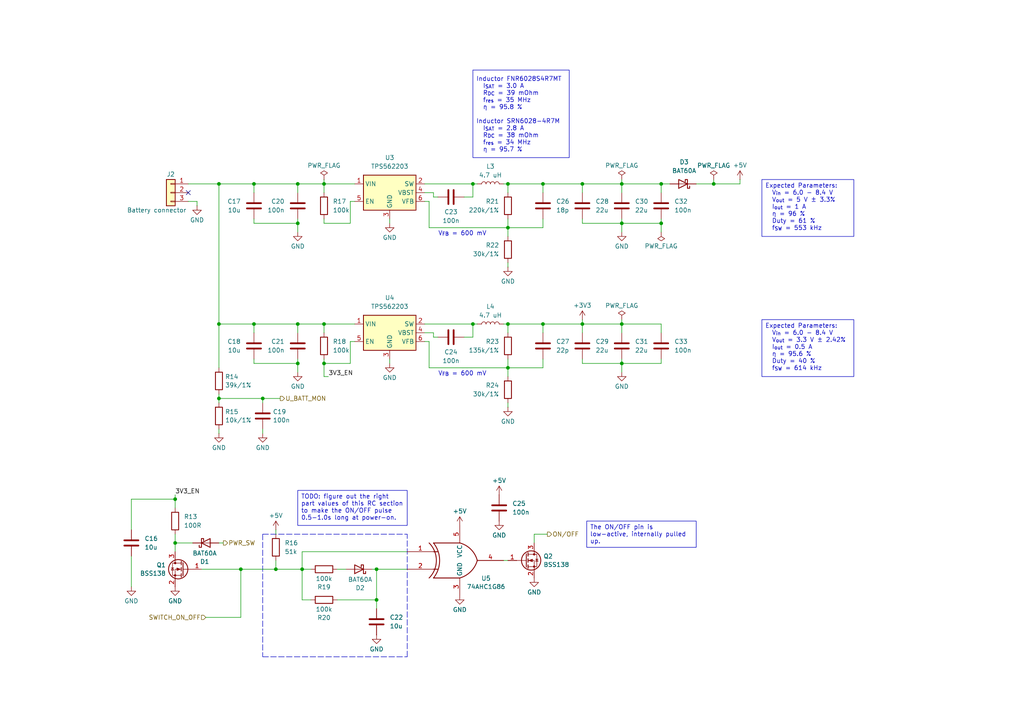
<source format=kicad_sch>
(kicad_sch (version 20250114) (generator "eeschema") (generator_version "9.0")
  (paper "A4")
  (title_block (title "LinHT - Linux-based SDR handheld transceiver") (date "28 July 2025") (rev "A") (company "M17 Foundation") (comment 1 "Author: Wojciech SP5WWP, Andy OE3ANC, Vlastimil OK5VAS"))
  (lib_symbols
    (symbol "74xGxx:74AHC1G86"
      (property "Reference" "U" (at -2.54 3.81 0))
      (property "Value" "74AHC1G86" (at 0 -3.81 0))
      (symbol "74AHC1G86_0_1"
        (arc (start -8.89 5.08) (mid -6.7858 0) (end -8.89 -5.08) (stroke (width 0.254)))
        (arc (start -7.62 5.08) (mid -5.838 0) (end -7.62 -5.08) (stroke (width 0.254)))
        (polyline (pts (xy -7.62 2.54) (xy -6.35 2.54)) (stroke (width 0.254)) (fill (type background)))
        (polyline (pts (xy -7.62 -2.54) (xy -6.35 -2.54)) (stroke (width 0.254)) (fill (type background)))
        (arc (start 5.08 0) (mid 3.202 -3.202) (end 0 -5.08) (stroke (width 0.254)))
        (arc (start 0 5.08) (mid 3.2271 3.2271) (end 5.08 0) (stroke (width 0.254)))
        (polyline (pts (xy 0 5.08) (xy -7.62 5.08)) (stroke (width 0.254)) (fill (type background)))
        (polyline (pts (xy 0 -5.08) (xy -7.62 -5.08)) (stroke (width 0.254)) (fill (type background)))
      )
      (symbol "74AHC1G86_1_1"
        (pin input line (at -15.24 2.54 0) (length 7.62) (name "~") (number "1"))
        (pin input line (at -15.24 -2.54 0) (length 7.62) (name "~") (number "2"))
        (pin power_in line (at 0 10.16 270) (length 5.08) (name "VCC") (number "5"))
        (pin power_in line (at 0 -10.16 90) (length 5.08) (name "GND") (number "3"))
        (pin output line (at 12.7 0 180) (length 7.62) (name "~") (number "4"))
      )
    )
    (symbol "Connector_Generic:Conn_01x03" (pin_names (offset 1.016) (hide yes))
      (property "Reference" "J" (at 0 5.08 0))
      (property "Value" "Conn_01x03" (at 0 -5.08 0))
      (symbol "Conn_01x03_1_1"
        (rectangle (start -1.27 3.81) (end 1.27 -3.81) (stroke (width 0.254)) (fill (type background)))
        (rectangle (start -1.27 2.667) (end 0 2.413) (stroke (width 0.1524)))
        (rectangle (start -1.27 0.127) (end 0 -0.127) (stroke (width 0.1524)))
        (rectangle (start -1.27 -2.413) (end 0 -2.667) (stroke (width 0.1524)))
        (pin passive line (at -5.08 2.54 0) (length 3.81) (name "Pin_1") (number "1"))
        (pin passive line (at -5.08 0 0) (length 3.81) (name "Pin_2") (number "2"))
        (pin passive line (at -5.08 -2.54 0) (length 3.81) (name "Pin_3") (number "3"))
      )
    )
    (symbol "Device:C" (pin_numbers (hide yes)) (pin_names (offset 0.254))
      (property "Reference" "C" (at 0.635 2.54 0))
      (property "Value" "C" (at 0.635 -2.54 0))
      (symbol "C_0_1"
        (polyline (pts (xy -2.032 0.762) (xy 2.032 0.762)) (stroke (width 0.508)))
        (polyline (pts (xy -2.032 -0.762) (xy 2.032 -0.762)) (stroke (width 0.508)))
      )
      (symbol "C_1_1"
        (pin passive line (at 0 3.81 270) (length 2.794) (name "~") (number "1"))
        (pin passive line (at 0 -3.81 90) (length 2.794) (name "~") (number "2"))
      )
    )
    (symbol "Device:L" (pin_numbers (hide yes)) (pin_names (offset 1.016) (hide yes))
      (property "Reference" "L" (at -1.27 0 90))
      (property "Value" "L" (at 1.905 0 90))
      (symbol "L_0_1"
        (arc (start 0 2.54) (mid 0.6323 1.905) (end 0 1.27))
        (arc (start 0 1.27) (mid 0.6323 0.635) (end 0 0))
        (arc (start 0 0) (mid 0.6323 -0.635) (end 0 -1.27))
        (arc (start 0 -1.27) (mid 0.6323 -1.905) (end 0 -2.54))
      )
      (symbol "L_1_1"
        (pin passive line (at 0 3.81 270) (length 1.27) (name "1") (number "1"))
        (pin passive line (at 0 -3.81 90) (length 1.27) (name "2") (number "2"))
      )
    )
    (symbol "Device:R" (pin_numbers (hide yes)) (pin_names (offset 0))
      (property "Reference" "R" (at 2.032 0 90))
      (property "Value" "R" (at 0 0 90))
      (symbol "R_0_1"
        (rectangle (start -1.016 -2.54) (end 1.016 2.54) (stroke (width 0.254)))
      )
      (symbol "R_1_1"
        (pin passive line (at 0 3.81 270) (length 1.27) (name "~") (number "1"))
        (pin passive line (at 0 -3.81 90) (length 1.27) (name "~") (number "2"))
      )
    )
    (symbol "Diode:BAT60A" (pin_numbers (hide yes)) (pin_names (offset 1.016) (hide yes))
      (property "Reference" "D" (at 0 2.54 0))
      (property "Value" "BAT60A" (at 0 -2.54 0))
      (symbol "BAT60A_0_1"
        (polyline (pts (xy -1.905 0.635) (xy -1.905 1.27) (xy -1.27 1.27) (xy -1.27 -1.27) (xy -0.635 -1.27) (xy -0.635 -0.635)) (stroke (width 0.254)))
        (polyline (pts (xy 1.27 1.27) (xy 1.27 -1.27) (xy -1.27 0) (xy 1.27 1.27)) (stroke (width 0.254)))
        (polyline (pts (xy 1.27 0) (xy -1.27 0)))
      )
      (symbol "BAT60A_1_1"
        (pin passive line (at -3.81 0 0) (length 2.54) (name "K") (number "1"))
        (pin passive line (at 3.81 0 180) (length 2.54) (name "A") (number "2"))
      )
    )
    (symbol "Regulator_Switching:TPS562203"
      (property "Reference" "U" (at -7.62 6.35 0))
      (property "Value" "TPS562203" (at -2.54 6.35 0))
      (symbol "TPS562203_0_1"
        (rectangle (start -7.62 5.08) (end 7.62 -5.08) (stroke (width 0.254)) (fill (type background)))
      )
      (symbol "TPS562203_1_1"
        (pin power_in line (at -10.16 2.54 0) (length 2.54) (name "VIN") (number "1"))
        (pin input line (at -10.16 -2.54 0) (length 2.54) (name "EN") (number "5"))
        (pin power_in line (at 0 -7.62 90) (length 2.54) (name "GND") (number "3"))
        (pin output line (at 10.16 2.54 180) (length 2.54) (name "SW") (number "2"))
        (pin passive line (at 10.16 0 180) (length 2.54) (name "VBST") (number "4"))
        (pin input line (at 10.16 -2.54 180) (length 2.54) (name "VFB") (number "6"))
      )
    )
    (symbol "Transistor_FET:BSS138" (pin_names (offset 0) (hide yes))
      (property "Reference" "Q" (at 5.08 1.905 0))
      (property "Value" "BSS138" (at 5.08 0 0))
      (symbol "BSS138_0_1"
        (polyline (pts (xy 0.254 1.905) (xy 0.254 -1.905)) (stroke (width 0.254)))
        (polyline (pts (xy 0.254 0) (xy -2.54 0)))
        (polyline (pts (xy 0.762 2.286) (xy 0.762 1.27)) (stroke (width 0.254)))
        (polyline (pts (xy 0.762 0.508) (xy 0.762 -0.508)) (stroke (width 0.254)))
        (polyline (pts (xy 0.762 -1.27) (xy 0.762 -2.286)) (stroke (width 0.254)))
        (polyline (pts (xy 0.762 -1.778) (xy 3.302 -1.778) (xy 3.302 1.778) (xy 0.762 1.778)))
        (polyline (pts (xy 1.016 0) (xy 2.032 0.381) (xy 2.032 -0.381) (xy 1.016 0)) (fill (type outline)))
        (circle (center 1.651 0) (radius 2.794) (stroke (width 0.254)))
        (polyline (pts (xy 2.54 2.54) (xy 2.54 1.778)))
        (circle (center 2.54 1.778) (radius 0.254) (fill (type outline)))
        (circle (center 2.54 -1.778) (radius 0.254) (fill (type outline)))
        (polyline (pts (xy 2.54 -2.54) (xy 2.54 0) (xy 0.762 0)))
        (polyline (pts (xy 2.921 0.381) (xy 3.683 0.381)))
        (polyline (pts (xy 3.302 0.381) (xy 2.921 -0.254) (xy 3.683 -0.254) (xy 3.302 0.381)))
      )
      (symbol "BSS138_1_1"
        (pin input line (at -5.08 0 0) (length 2.54) (name "G") (number "1"))
        (pin passive line (at 2.54 5.08 270) (length 2.54) (name "D") (number "3"))
        (pin passive line (at 2.54 -5.08 90) (length 2.54) (name "S") (number "2"))
      )
    )
    (symbol "power:+3V3" (power) (pin_numbers (hide yes)) (pin_names (offset 0) (hide yes))
      (property "Value" "+3V3" (at 0 3.556 0))
      (symbol "+3V3_0_1"
        (polyline (pts (xy -0.762 1.27) (xy 0 2.54)))
        (polyline (pts (xy 0 2.54) (xy 0.762 1.27)))
        (polyline (pts (xy 0 0) (xy 0 2.54)))
      )
      (symbol "+3V3_1_1"
        (pin power_in line (at 0 0 90) (length 0) (name "~") (number "1"))
      )
    )
    (symbol "power:+5V" (power) (pin_numbers (hide yes)) (pin_names (offset 0) (hide yes))
      (property "Value" "+5V" (at 0 3.556 0))
      (symbol "+5V_0_1"
        (polyline (pts (xy -0.762 1.27) (xy 0 2.54)))
        (polyline (pts (xy 0 2.54) (xy 0.762 1.27)))
        (polyline (pts (xy 0 0) (xy 0 2.54)))
      )
      (symbol "+5V_1_1"
        (pin power_in line (at 0 0 90) (length 0) (name "~") (number "1"))
      )
    )
    (symbol "power:GND" (power) (pin_numbers (hide yes)) (pin_names (offset 0) (hide yes))
      (property "Value" "GND" (at 0 -3.81 0))
      (symbol "GND_0_1"
        (polyline (pts (xy 0 0) (xy 0 -1.27) (xy 1.27 -1.27) (xy 0 -2.54) (xy -1.27 -1.27) (xy 0 -1.27)))
      )
      (symbol "GND_1_1"
        (pin power_in line (at 0 0 270) (length 0) (name "~") (number "1"))
      )
    )
    (symbol "power:PWR_FLAG" (power) (pin_numbers (hide yes)) (pin_names (offset 0) (hide yes))
      (property "Value" "PWR_FLAG" (at 0 3.81 0))
      (symbol "PWR_FLAG_0_0"
        (pin power_out line (at 0 0 90) (length 0) (name "~") (number "1"))
      )
      (symbol "PWR_FLAG_0_1"
        (polyline (pts (xy 0 0) (xy 0 1.27) (xy -1.016 1.905) (xy 0 2.54) (xy 1.016 1.905) (xy 0 1.27)))
      )
    )
  )
  (text "V_{FB} = 600 mV" (at 134.112 67.818 0) (effects (font (size 1.27 1.27))))
  (text "V_{FB} = 600 mV" (at 134.112 108.458 0) (effects (font (size 1.27 1.27))))
  (text_box "Inductor FNR6028S4R7MT\n  I_{SAT} = 3.0 A\n  R_{DC} = 39 mOhm\n  f_{res} = 35 MHz\n  η = 95.8 %\n\nInductor SRN6028-4R7M\n  I_{SAT} = 2.8 A\n  R_{DC} = 38 mOhm\n  f_{res} = 34 MHz\n  η = 95.7 %" (at 137.16 20.32 0) (size 27.94 25.4) (margins 0.9525 0.9525 0.9525 0.9525) (effects (font (size 1.27 1.27)) (justify left)))
  (text_box "TODO: figure out the right part values of this RC section to make the ON/OFF pulse 0.5-1.0s long at power-on." (at 86.36 142.24 0) (size 31.75 10.16) (margins 0.9525 0.9525 0.9525 0.9525) (effects (font (size 1.27 1.27)) (justify left top)))
  (text_box "The ON/OFF pin is low-active, internally pulled up." (at 170.18 151.13 0) (size 31.75 7.62) (margins 0.9525 0.9525 0.9525 0.9525) (effects (font (size 1.27 1.27)) (justify left top)))
  (text_box "Expected Parameters:\n  V_{in} = 6.0 - 8.4 V\n  V_{out} = 3.3 V ± 2.42%\n  I_{out} = 0.5 A\n  η = 95.6 %\n  Duty = 40 %\n  f_{SW} = 614 kHz" (at 220.98 92.71 0) (size 26.67 16.51) (margins 0.9525 0.9525 0.9525 0.9525) (effects (font (size 1.27 1.27)) (justify left top)))
  (text_box "Expected Parameters:\n  V_{in} = 6.0 - 8.4 V\n  V_{out} = 5 V ± 3.3%\n  I_{out} = 1 A\n  η = 96 %\n  Duty = 61 %\n  f_{SW} = 553 kHz" (at 220.98 52.07 0) (size 26.67 16.51) (margins 0.9525 0.9525 0.9525 0.9525) (effects (font (size 1.27 1.27)) (justify left top)))
  (junction (at 93.98 53.34))
  (junction (at 93.98 93.98))
  (junction (at 191.77 53.34))
  (junction (at 109.22 173.99))
  (junction (at 73.66 93.98))
  (junction (at 63.5 93.98))
  (junction (at 69.85 165.1))
  (junction (at 50.8 144.78))
  (junction (at 147.32 53.34))
  (junction (at 180.34 105.41))
  (junction (at 180.34 93.98))
  (junction (at 157.48 53.34))
  (junction (at 86.36 64.77))
  (junction (at 63.5 115.57))
  (junction (at 86.36 105.41))
  (junction (at 137.16 53.34))
  (junction (at 147.32 93.98))
  (junction (at 180.34 64.77))
  (junction (at 87.63 165.1))
  (junction (at 86.36 93.98))
  (junction (at 80.01 165.1))
  (junction (at 109.22 165.1))
  (junction (at 93.98 105.41))
  (junction (at 147.32 66.04))
  (junction (at 168.91 53.34))
  (junction (at 168.91 93.98))
  (junction (at 180.34 53.34))
  (junction (at 137.16 93.98))
  (junction (at 147.32 106.68))
  (junction (at 63.5 53.34))
  (junction (at 157.48 93.98))
  (junction (at 76.2 115.57))
  (junction (at 50.8 157.48))
  (junction (at 86.36 53.34))
  (junction (at 191.77 64.77))
  (junction (at 207.01 53.34))
  (junction (at 73.66 53.34))
  (no_connect (at 54.61 55.88))
  (wire (pts (xy 101.6 58.42) (xy 102.87 58.42)))
  (wire (pts (xy 168.91 105.41) (xy 180.34 105.41)))
  (wire (pts (xy 73.66 93.98) (xy 73.66 96.52)))
  (wire (pts (xy 86.36 53.34) (xy 86.36 55.88)))
  (wire (pts (xy 137.16 97.79) (xy 134.62 97.79)))
  (wire (pts (xy 180.34 64.77) (xy 180.34 67.31)))
  (wire (pts (xy 50.8 143.51) (xy 50.8 144.78)))
  (wire (pts (xy 168.91 93.98) (xy 168.91 96.52)))
  (wire (pts (xy 168.91 93.98) (xy 180.34 93.98)))
  (wire (pts (xy 58.42 165.1) (xy 69.85 165.1)))
  (wire (pts (xy 101.6 99.06) (xy 102.87 99.06)))
  (wire (pts (xy 157.48 53.34) (xy 157.48 55.88)))
  (wire (pts (xy 124.46 99.06) (xy 124.46 106.68)))
  (wire (pts (xy 86.36 104.14) (xy 86.36 105.41)))
  (wire (pts (xy 109.22 173.99) (xy 109.22 176.53)))
  (wire (pts (xy 191.77 64.77) (xy 191.77 63.5)))
  (polyline (pts (xy 118.11 190.5) (xy 118.11 154.94)) (stroke (width 0) (type dash)))
  (wire (pts (xy 87.63 165.1) (xy 87.63 173.99)))
  (wire (pts (xy 63.5 124.46) (xy 63.5 125.73)))
  (wire (pts (xy 80.01 154.94) (xy 80.01 153.67)))
  (wire (pts (xy 147.32 53.34) (xy 147.32 55.88)))
  (wire (pts (xy 80.01 162.56) (xy 80.01 165.1)))
  (wire (pts (xy 180.34 93.98) (xy 180.34 96.52)))
  (wire (pts (xy 63.5 93.98) (xy 63.5 53.34)))
  (wire (pts (xy 87.63 160.02) (xy 87.63 165.1)))
  (wire (pts (xy 50.8 154.94) (xy 50.8 157.48)))
  (wire (pts (xy 125.73 97.79) (xy 125.73 96.52)))
  (polyline (pts (xy 76.2 154.94) (xy 76.2 190.5)) (stroke (width 0) (type dash)))
  (wire (pts (xy 38.1 161.29) (xy 38.1 170.18)))
  (wire (pts (xy 80.01 165.1) (xy 87.63 165.1)))
  (wire (pts (xy 147.32 53.34) (xy 157.48 53.34)))
  (wire (pts (xy 54.61 58.42) (xy 57.15 58.42)))
  (wire (pts (xy 38.1 153.67) (xy 38.1 144.78)))
  (wire (pts (xy 180.34 53.34) (xy 180.34 55.88)))
  (wire (pts (xy 76.2 116.84) (xy 76.2 115.57)))
  (wire (pts (xy 93.98 64.77) (xy 101.6 64.77)))
  (wire (pts (xy 147.32 93.98) (xy 146.05 93.98)))
  (wire (pts (xy 113.03 104.14) (xy 113.03 105.41)))
  (wire (pts (xy 157.48 93.98) (xy 168.91 93.98)))
  (wire (pts (xy 76.2 124.46) (xy 76.2 125.73)))
  (wire (pts (xy 59.69 179.07) (xy 69.85 179.07)))
  (wire (pts (xy 97.79 173.99) (xy 109.22 173.99)))
  (wire (pts (xy 207.01 53.34) (xy 207.01 52.07)))
  (wire (pts (xy 125.73 55.88) (xy 123.19 55.88)))
  (wire (pts (xy 63.5 115.57) (xy 63.5 116.84)))
  (wire (pts (xy 57.15 58.42) (xy 57.15 59.69)))
  (wire (pts (xy 73.66 93.98) (xy 86.36 93.98)))
  (wire (pts (xy 73.66 104.14) (xy 73.66 105.41)))
  (wire (pts (xy 180.34 92.71) (xy 180.34 93.98)))
  (wire (pts (xy 147.32 106.68) (xy 147.32 109.22)))
  (wire (pts (xy 214.63 53.34) (xy 207.01 53.34)))
  (wire (pts (xy 157.48 104.14) (xy 157.48 106.68)))
  (wire (pts (xy 101.6 105.41) (xy 101.6 99.06)))
  (wire (pts (xy 69.85 165.1) (xy 69.85 179.07)))
  (wire (pts (xy 93.98 105.41) (xy 101.6 105.41)))
  (wire (pts (xy 123.19 58.42) (xy 124.46 58.42)))
  (wire (pts (xy 73.66 53.34) (xy 86.36 53.34)))
  (wire (pts (xy 50.8 157.48) (xy 55.88 157.48)))
  (wire (pts (xy 147.32 66.04) (xy 147.32 68.58)))
  (wire (pts (xy 93.98 53.34) (xy 102.87 53.34)))
  (wire (pts (xy 90.17 173.99) (xy 87.63 173.99)))
  (wire (pts (xy 180.34 52.07) (xy 180.34 53.34)))
  (wire (pts (xy 157.48 93.98) (xy 157.48 96.52)))
  (wire (pts (xy 180.34 105.41) (xy 191.77 105.41)))
  (wire (pts (xy 154.94 154.94) (xy 154.94 157.48)))
  (wire (pts (xy 87.63 160.02) (xy 118.11 160.02)))
  (wire (pts (xy 137.16 53.34) (xy 138.43 53.34)))
  (wire (pts (xy 168.91 104.14) (xy 168.91 105.41)))
  (polyline (pts (xy 76.2 154.94) (xy 118.11 154.94)) (stroke (width 0) (type dash)))
  (wire (pts (xy 180.34 105.41) (xy 180.34 107.95)))
  (wire (pts (xy 73.66 63.5) (xy 73.66 64.77)))
  (wire (pts (xy 137.16 53.34) (xy 137.16 57.15)))
  (wire (pts (xy 107.95 165.1) (xy 109.22 165.1)))
  (wire (pts (xy 101.6 64.77) (xy 101.6 58.42)))
  (wire (pts (xy 93.98 104.14) (xy 93.98 105.41)))
  (wire (pts (xy 168.91 53.34) (xy 180.34 53.34)))
  (wire (pts (xy 124.46 106.68) (xy 147.32 106.68)))
  (wire (pts (xy 63.5 93.98) (xy 73.66 93.98)))
  (wire (pts (xy 86.36 93.98) (xy 93.98 93.98)))
  (wire (pts (xy 147.32 116.84) (xy 147.32 118.11)))
  (wire (pts (xy 125.73 57.15) (xy 125.73 55.88)))
  (wire (pts (xy 123.19 93.98) (xy 137.16 93.98)))
  (wire (pts (xy 63.5 157.48) (xy 64.77 157.48)))
  (wire (pts (xy 86.36 105.41) (xy 86.36 107.95)))
  (wire (pts (xy 157.48 63.5) (xy 157.48 66.04)))
  (wire (pts (xy 191.77 67.31) (xy 191.77 64.77)))
  (wire (pts (xy 201.93 53.34) (xy 207.01 53.34)))
  (wire (pts (xy 38.1 144.78) (xy 50.8 144.78)))
  (wire (pts (xy 191.77 53.34) (xy 194.31 53.34)))
  (wire (pts (xy 93.98 52.07) (xy 93.98 53.34)))
  (wire (pts (xy 93.98 93.98) (xy 93.98 96.52)))
  (wire (pts (xy 147.32 76.2) (xy 147.32 77.47)))
  (wire (pts (xy 86.36 93.98) (xy 86.36 96.52)))
  (wire (pts (xy 109.22 165.1) (xy 118.11 165.1)))
  (wire (pts (xy 113.03 63.5) (xy 113.03 64.77)))
  (wire (pts (xy 180.34 105.41) (xy 180.34 104.14)))
  (polyline (pts (xy 76.2 190.5) (xy 118.11 190.5)) (stroke (width 0) (type dash)))
  (wire (pts (xy 76.2 115.57) (xy 81.28 115.57)))
  (wire (pts (xy 73.66 105.41) (xy 86.36 105.41)))
  (wire (pts (xy 214.63 52.07) (xy 214.63 53.34)))
  (wire (pts (xy 191.77 53.34) (xy 191.77 55.88)))
  (wire (pts (xy 146.05 162.56) (xy 147.32 162.56)))
  (wire (pts (xy 147.32 93.98) (xy 147.32 96.52)))
  (wire (pts (xy 54.61 53.34) (xy 63.5 53.34)))
  (wire (pts (xy 137.16 93.98) (xy 138.43 93.98)))
  (wire (pts (xy 93.98 53.34) (xy 93.98 55.88)))
  (wire (pts (xy 123.19 99.06) (xy 124.46 99.06)))
  (wire (pts (xy 125.73 97.79) (xy 127 97.79)))
  (wire (pts (xy 180.34 64.77) (xy 191.77 64.77)))
  (wire (pts (xy 125.73 57.15) (xy 127 57.15)))
  (wire (pts (xy 191.77 93.98) (xy 191.77 96.52)))
  (wire (pts (xy 93.98 63.5) (xy 93.98 64.77)))
  (wire (pts (xy 124.46 66.04) (xy 147.32 66.04)))
  (wire (pts (xy 63.5 114.3) (xy 63.5 115.57)))
  (wire (pts (xy 157.48 106.68) (xy 147.32 106.68)))
  (wire (pts (xy 69.85 165.1) (xy 80.01 165.1)))
  (wire (pts (xy 86.36 64.77) (xy 86.36 67.31)))
  (wire (pts (xy 73.66 64.77) (xy 86.36 64.77)))
  (wire (pts (xy 191.77 105.41) (xy 191.77 104.14)))
  (wire (pts (xy 97.79 165.1) (xy 100.33 165.1)))
  (wire (pts (xy 63.5 115.57) (xy 76.2 115.57)))
  (wire (pts (xy 154.94 154.94) (xy 158.75 154.94)))
  (wire (pts (xy 137.16 57.15) (xy 134.62 57.15)))
  (wire (pts (xy 157.48 53.34) (xy 168.91 53.34)))
  (wire (pts (xy 50.8 157.48) (xy 50.8 160.02)))
  (wire (pts (xy 63.5 93.98) (xy 63.5 106.68)))
  (wire (pts (xy 86.36 63.5) (xy 86.36 64.77)))
  (wire (pts (xy 93.98 109.22) (xy 93.98 105.41)))
  (wire (pts (xy 157.48 66.04) (xy 147.32 66.04)))
  (wire (pts (xy 147.32 93.98) (xy 157.48 93.98)))
  (wire (pts (xy 168.91 64.77) (xy 180.34 64.77)))
  (wire (pts (xy 168.91 63.5) (xy 168.91 64.77)))
  (wire (pts (xy 180.34 93.98) (xy 191.77 93.98)))
  (wire (pts (xy 180.34 53.34) (xy 191.77 53.34)))
  (wire (pts (xy 168.91 92.71) (xy 168.91 93.98)))
  (wire (pts (xy 86.36 53.34) (xy 93.98 53.34)))
  (wire (pts (xy 125.73 96.52) (xy 123.19 96.52)))
  (wire (pts (xy 93.98 93.98) (xy 102.87 93.98)))
  (wire (pts (xy 63.5 53.34) (xy 73.66 53.34)))
  (wire (pts (xy 180.34 64.77) (xy 180.34 63.5)))
  (wire (pts (xy 168.91 53.34) (xy 168.91 55.88)))
  (wire (pts (xy 109.22 165.1) (xy 109.22 173.99)))
  (wire (pts (xy 124.46 58.42) (xy 124.46 66.04)))
  (wire (pts (xy 95.25 109.22) (xy 93.98 109.22)))
  (wire (pts (xy 73.66 53.34) (xy 73.66 55.88)))
  (wire (pts (xy 87.63 165.1) (xy 90.17 165.1)))
  (wire (pts (xy 147.32 104.14) (xy 147.32 106.68)))
  (wire (pts (xy 147.32 53.34) (xy 146.05 53.34)))
  (wire (pts (xy 50.8 144.78) (xy 50.8 147.32)))
  (wire (pts (xy 123.19 53.34) (xy 137.16 53.34)))
  (wire (pts (xy 137.16 93.98) (xy 137.16 97.79)))
  (wire (pts (xy 147.32 63.5) (xy 147.32 66.04)))
  (label "3V3_EN" (at 50.8 143.51 0))
  (label "3V3_EN" (at 95.25 109.22 0))
  (hierarchical_label "PWR_SW" (shape output) (at 64.77 157.48 0))
  (hierarchical_label "U_BATT_MON" (shape output) (at 81.28 115.57 0))
  (hierarchical_label "SWITCH_ON_OFF" (shape input) (at 59.69 179.07 180))
  (hierarchical_label "ON{slash}OFF" (shape output) (at 158.75 154.94 0))
  (symbol (lib_id "Device:C") (at 144.78 147.32 0) (unit 1)
    (property "Reference" "C25" (at 148.59 146.0499 0) (effects (justify left)))
    (property "Value" "100n" (at 148.59 148.5899 0) (effects (justify left)))
    (property "Footprint" "Capacitor_SMD:C_0402_1005Metric" (effects (hide yes)))
    (property "Description" "Unpolarized capacitor" (effects (hide yes)))
  )
  (symbol (lib_id "power:GND") (at 38.1 170.18 0) (unit 1)
    (property "Reference" "#PWR030" (effects (hide yes)))
    (property "Value" "GND" (at 38.1 174.3131 0))
    (property "Description" "Power symbol creates a global label with name \"GND\" , ground" (effects (hide yes)))
  )
  (symbol (lib_id "Device:R") (at 147.32 113.03 0) (mirror y) (unit 1)
    (property "Reference" "R24" (at 144.78 111.7599 0) (effects (justify left)))
    (property "Value" "30k/1%" (at 144.78 114.2999 0) (effects (justify left)))
    (property "Footprint" "Resistor_SMD:R_0402_1005Metric" (effects (hide yes)))
    (property "Description" "Resistor" (effects (hide yes)))
  )
  (symbol (lib_id "Diode:BAT60A") (at 104.14 165.1 180) (unit 1)
    (property "Reference" "D2" (at 104.4575 170.5145 0))
    (property "Value" "BAT60A" (at 104.4575 168.0902 0))
    (property "Footprint" "Diode_SMD:D_SOD-323" (effects (hide yes)))
    (property "Datasheet" "https://www.infineon.com/dgdl/Infineon-BAT60ASERIES-DS-v01_01-en.pdf?fileId=db3a304313d846880113def70c9304a9" (effects (hide yes)))
  )
  (symbol (lib_id "power:PWR_FLAG") (at 93.98 52.07 0) (unit 1)
    (property "Reference" "#FLG01" (effects (hide yes)))
    (property "Value" "PWR_FLAG" (at 93.98 48.006 0))
    (property "Description" "Special symbol for telling ERC where power comes from" (effects (hide yes)))
  )
  (symbol (lib_id "Device:R") (at 93.98 165.1 90) (mirror x) (unit 1)
    (property "Reference" "R19" (at 93.98 170.2605 90))
    (property "Value" "100k" (at 93.98 167.8362 90))
    (property "Footprint" "Resistor_SMD:R_0402_1005Metric" (effects (hide yes)))
    (property "Description" "Resistor" (effects (hide yes)))
  )
  (symbol (lib_id "Device:C") (at 38.1 157.48 0) (unit 1)
    (property "Reference" "C16" (at 41.91 156.2099 0) (effects (justify left)))
    (property "Value" "10u" (at 41.91 158.7499 0) (effects (justify left)))
    (property "Footprint" "Capacitor_SMD:C_0402_1005Metric" (effects (hide yes)))
    (property "Description" "Unpolarized capacitor" (effects (hide yes)))
  )
  (symbol (lib_id "power:GND") (at 76.2 125.73 0) (unit 1)
    (property "Reference" "#PWR035" (effects (hide yes)))
    (property "Value" "GND" (at 76.2 129.8631 0))
    (property "Description" "Power symbol creates a global label with name \"GND\" , ground" (effects (hide yes)))
  )
  (symbol (lib_id "power:GND") (at 113.03 105.41 0) (unit 1)
    (property "Reference" "#PWR041" (effects (hide yes)))
    (property "Value" "GND" (at 113.03 109.5431 0))
    (property "Description" "Power symbol creates a global label with name \"GND\" , ground" (effects (hide yes)))
  )
  (symbol (lib_id "power:GND") (at 180.34 107.95 0) (unit 1)
    (property "Reference" "#PWR051" (effects (hide yes)))
    (property "Value" "GND" (at 180.34 112.0831 0))
    (property "Description" "Power symbol creates a global label with name \"GND\" , ground" (effects (hide yes)))
  )
  (symbol (lib_id "power:PWR_FLAG") (at 207.01 52.07 0) (unit 1)
    (property "Reference" "#FLG04" (effects (hide yes)))
    (property "Value" "PWR_FLAG" (at 207.01 48.006 0))
    (property "Description" "Special symbol for telling ERC where power comes from" (effects (hide yes)))
  )
  (symbol (lib_id "Device:R") (at 147.32 100.33 0) (mirror y) (unit 1)
    (property "Reference" "R23" (at 144.78 99.0599 0) (effects (justify left)))
    (property "Value" "135k/1%" (at 144.78 101.5999 0) (effects (justify left)))
    (property "Footprint" "Resistor_SMD:R_0402_1005Metric" (effects (hide yes)))
    (property "Description" "Resistor" (effects (hide yes)))
  )
  (symbol (lib_id "power:PWR_FLAG") (at 191.77 67.31 180) (unit 1)
    (property "Reference" "#FLG06" (effects (hide yes)))
    (property "Value" "PWR_FLAG" (at 191.77 71.374 0))
    (property "Description" "Special symbol for telling ERC where power comes from" (effects (hide yes)))
  )
  (symbol (lib_id "Device:C") (at 130.81 97.79 90) (unit 1)
    (property "Reference" "C24" (at 130.81 102.108 90))
    (property "Value" "100n" (at 130.81 104.648 90))
    (property "Footprint" "Capacitor_SMD:C_0402_1005Metric" (effects (hide yes)))
    (property "Description" "Unpolarized capacitor" (effects (hide yes)))
  )
  (symbol (lib_id "power:GND") (at 50.8 170.18 0) (unit 1)
    (property "Reference" "#PWR031" (effects (hide yes)))
    (property "Value" "GND" (at 50.8 174.3131 0))
    (property "Description" "Power symbol creates a global label with name \"GND\" , ground" (effects (hide yes)))
  )
  (symbol (lib_id "Device:R") (at 63.5 110.49 0) (unit 1)
    (property "Reference" "R14" (at 65.278 109.2778 0) (effects (justify left)))
    (property "Value" "39k/1%" (at 65.278 111.7021 0) (effects (justify left)))
    (property "Footprint" "Resistor_SMD:R_0402_1005Metric" (effects (hide yes)))
    (property "Description" "Resistor" (effects (hide yes)))
  )
  (symbol (lib_id "power:GND") (at 86.36 67.31 0) (unit 1)
    (property "Reference" "#PWR037" (effects (hide yes)))
    (property "Value" "GND" (at 86.36 71.4431 0))
    (property "Description" "Power symbol creates a global label with name \"GND\" , ground" (effects (hide yes)))
  )
  (symbol (lib_id "Device:C") (at 168.91 59.69 0) (unit 1)
    (property "Reference" "C28" (at 172.72 58.4199 0) (effects (justify left)))
    (property "Value" "22u" (at 172.72 60.9599 0) (effects (justify left)))
    (property "Footprint" "Capacitor_SMD:C_1206_3216Metric" (effects (hide yes)))
    (property "Description" "Unpolarized capacitor" (effects (hide yes)))
  )
  (symbol (lib_id "Device:C") (at 130.81 57.15 90) (unit 1)
    (property "Reference" "C23" (at 130.81 61.468 90))
    (property "Value" "100n" (at 130.81 64.008 90))
    (property "Footprint" "Capacitor_SMD:C_0402_1005Metric" (effects (hide yes)))
    (property "Description" "Unpolarized capacitor" (effects (hide yes)))
  )
  (symbol (lib_id "power:GND") (at 86.36 107.95 0) (unit 1)
    (property "Reference" "#PWR038" (effects (hide yes)))
    (property "Value" "GND" (at 86.36 112.0831 0))
    (property "Description" "Power symbol creates a global label with name \"GND\" , ground" (effects (hide yes)))
  )
  (symbol (lib_id "Device:C") (at 157.48 59.69 0) (unit 1)
    (property "Reference" "C26" (at 161.29 58.4199 0) (effects (justify left)))
    (property "Value" "18p" (at 161.29 60.9599 0) (effects (justify left)))
    (property "Footprint" "Capacitor_SMD:C_0402_1005Metric" (effects (hide yes)))
    (property "Description" "Unpolarized capacitor" (effects (hide yes)))
  )
  (symbol (lib_id "power:GND") (at 154.94 167.64 0) (unit 1)
    (property "Reference" "#PWR048" (effects (hide yes)))
    (property "Value" "GND" (at 154.94 171.7731 0))
    (property "Description" "Power symbol creates a global label with name \"GND\" , ground" (effects (hide yes)))
  )
  (symbol (lib_id "power:+5V") (at 214.63 52.07 0) (unit 1)
    (property "Reference" "#PWR052" (effects (hide yes)))
    (property "Value" "+5V" (at 214.63 47.9369 0))
    (property "Description" "Power symbol creates a global label with name \"+5V\"" (effects (hide yes)))
  )
  (symbol (lib_id "Device:C") (at 191.77 59.69 0) (unit 1)
    (property "Reference" "C32" (at 195.58 58.4199 0) (effects (justify left)))
    (property "Value" "100n" (at 195.58 60.9599 0) (effects (justify left)))
    (property "Footprint" "Capacitor_SMD:C_0402_1005Metric" (effects (hide yes)))
    (property "Description" "Unpolarized capacitor" (effects (hide yes)))
  )
  (symbol (lib_id "Diode:BAT60A") (at 59.69 157.48 0) (mirror x) (unit 1)
    (property "Reference" "D1" (at 59.3725 162.8945 0))
    (property "Value" "BAT60A" (at 59.3725 160.4702 0))
    (property "Footprint" "Diode_SMD:D_SOD-323" (effects (hide yes)))
    (property "Datasheet" "https://www.infineon.com/dgdl/Infineon-BAT60ASERIES-DS-v01_01-en.pdf?fileId=db3a304313d846880113def70c9304a9" (effects (hide yes)))
  )
  (symbol (lib_id "power:GND") (at 147.32 118.11 0) (unit 1)
    (property "Reference" "#PWR047" (effects (hide yes)))
    (property "Value" "GND" (at 147.32 122.2431 0))
    (property "Description" "Power symbol creates a global label with name \"GND\" , ground" (effects (hide yes)))
  )
  (symbol (lib_id "Device:C") (at 109.22 180.34 0) (unit 1)
    (property "Reference" "C22" (at 113.03 179.0699 0) (effects (justify left)))
    (property "Value" "10u" (at 113.03 181.6099 0) (effects (justify left)))
    (property "Footprint" "Capacitor_SMD:C_1206_3216Metric" (effects (hide yes)))
    (property "Description" "Unpolarized capacitor" (effects (hide yes)))
  )
  (symbol (lib_id "power:GND") (at 144.78 151.13 0) (unit 1)
    (property "Reference" "#PWR045" (effects (hide yes)))
    (property "Value" "GND" (at 144.78 155.2631 0))
    (property "Description" "Power symbol creates a global label with name \"GND\" , ground" (effects (hide yes)))
  )
  (symbol (lib_id "power:GND") (at 113.03 64.77 0) (unit 1)
    (property "Reference" "#PWR040" (effects (hide yes)))
    (property "Value" "GND" (at 113.03 68.9031 0))
    (property "Description" "Power symbol creates a global label with name \"GND\" , ground" (effects (hide yes)))
  )
  (symbol (lib_id "power:+5V") (at 144.78 143.51 0) (unit 1)
    (property "Reference" "#PWR044" (effects (hide yes)))
    (property "Value" "+5V" (at 144.78 139.3769 0))
    (property "Description" "Power symbol creates a global label with name \"+5V\"" (effects (hide yes)))
  )
  (symbol (lib_id "power:+3V3") (at 168.91 92.71 0) (unit 1)
    (property "Reference" "#PWR049" (effects (hide yes)))
    (property "Value" "+3V3" (at 168.91 88.5769 0))
    (property "Description" "Power symbol creates a global label with name \"+3V3\"" (effects (hide yes)))
  )
  (symbol (lib_id "power:PWR_FLAG") (at 180.34 52.07 0) (unit 1)
    (property "Reference" "#FLG02" (effects (hide yes)))
    (property "Value" "PWR_FLAG" (at 180.34 48.006 0))
    (property "Description" "Special symbol for telling ERC where power comes from" (effects (hide yes)))
  )
  (symbol (lib_id "Device:C") (at 73.66 59.69 0) (mirror y) (unit 1)
    (property "Reference" "C17" (at 69.85 58.4199 0) (effects (justify left)))
    (property "Value" "10u" (at 69.85 60.9599 0) (effects (justify left)))
    (property "Footprint" "Capacitor_SMD:C_1206_3216Metric" (effects (hide yes)))
    (property "Description" "Unpolarized capacitor" (effects (hide yes)))
  )
  (symbol (lib_id "Regulator_Switching:TPS562203") (at 113.03 55.88 0) (unit 1)
    (property "Reference" "U3" (at 113.03 45.72 0))
    (property "Value" "TPS562203" (at 113.03 48.26 0))
    (property "Footprint" "Package_TO_SOT_SMD:SOT-563" (effects (hide yes)))
    (property "Datasheet" "https://www.ti.com/lit/ds/symlink/tps562203.pdf" (effects (hide yes)))
    (property "Description" "2A Synchronous Step-Down Voltage Regulator 600kHz, Adjustable Output Voltage, 4.5-17V Input Voltage, 0.6V-7V Output Voltage, SOT-563" (effects (hide yes)))
    (property "LCSC" "C22445511" (effects (hide yes)))
    (property "MPN" " 595-TPS562203DRLR " (effects (hide yes)))
  )
  (symbol (lib_id "Device:R") (at 93.98 173.99 90) (mirror x) (unit 1)
    (property "Reference" "R20" (at 93.98 179.1505 90))
    (property "Value" "100k" (at 93.98 176.7262 90))
    (property "Footprint" "Resistor_SMD:R_0402_1005Metric" (effects (hide yes)))
    (property "Description" "Resistor" (effects (hide yes)))
  )
  (symbol (lib_id "Connector_Generic:Conn_01x03") (at 49.53 55.88 0) (mirror y) (unit 1)
    (property "Reference" "J2" (at 49.53 50.546 0))
    (property "Value" "Battery connector" (at 45.466 60.96 0))
    (property "Footprint" "parts:Connector_01x03_BT-003E" (effects (hide yes)))
    (property "Description" "Generic connector, single row, 01x03, script generated (kicad-library-utils/schlib/autogen/connector/)" (effects (hide yes)))
  )
  (symbol (lib_id "Device:R") (at 80.01 158.75 0) (unit 1)
    (property "Reference" "R16" (at 82.55 157.4799 0) (effects (justify left)))
    (property "Value" "51k" (at 82.55 160.0199 0) (effects (justify left)))
    (property "Footprint" "Resistor_SMD:R_0402_1005Metric" (effects (hide yes)))
    (property "Description" "Resistor" (effects (hide yes)))
  )
  (symbol (lib_id "Device:C") (at 157.48 100.33 0) (unit 1)
    (property "Reference" "C27" (at 161.29 99.0599 0) (effects (justify left)))
    (property "Value" "22p" (at 161.29 101.5999 0) (effects (justify left)))
    (property "Footprint" "Capacitor_SMD:C_0402_1005Metric" (effects (hide yes)))
    (property "Description" "Unpolarized capacitor" (effects (hide yes)))
  )
  (symbol (lib_id "Device:L") (at 142.24 93.98 90) (unit 1)
    (property "Reference" "L4" (at 142.24 88.9 90))
    (property "Value" "4.7 uH" (at 142.24 91.44 90))
    (property "Footprint" "Inductor_SMD:L_Bourns-SRN6028" (effects (hide yes)))
    (property "Description" "Inductor" (effects (hide yes)))
    (property "LCSC" "C3221249" (effects (hide yes)))
    (property "MPN" "652-SRN6028-4R7M " (effects (hide yes)))
  )
  (symbol (lib_id "Device:R") (at 93.98 59.69 0) (unit 1)
    (property "Reference" "R17" (at 96.52 58.4199 0) (effects (justify left)))
    (property "Value" "100k" (at 96.52 60.9599 0) (effects (justify left)))
    (property "Footprint" "Resistor_SMD:R_0402_1005Metric" (effects (hide yes)))
    (property "Description" "Resistor" (effects (hide yes)))
  )
  (symbol (lib_id "Device:C") (at 180.34 59.69 0) (unit 1)
    (property "Reference" "C30" (at 184.15 58.4199 0) (effects (justify left)))
    (property "Value" "22u" (at 184.15 60.9599 0) (effects (justify left)))
    (property "Footprint" "Capacitor_SMD:C_1206_3216Metric" (effects (hide yes)))
    (property "Description" "Unpolarized capacitor" (effects (hide yes)))
  )
  (symbol (lib_id "power:GND") (at 57.15 59.69 0) (unit 1)
    (property "Reference" "#PWR032" (effects (hide yes)))
    (property "Value" "GND" (at 57.15 63.8231 0))
    (property "Description" "Power symbol creates a global label with name \"GND\" , ground" (effects (hide yes)))
  )
  (symbol (lib_id "power:+5V") (at 133.35 152.4 0) (unit 1)
    (property "Reference" "#PWR042" (effects (hide yes)))
    (property "Value" "+5V" (at 133.35 148.2669 0))
    (property "Description" "Power symbol creates a global label with name \"+5V\"" (effects (hide yes)))
  )
  (symbol (lib_id "power:GND") (at 147.32 77.47 0) (unit 1)
    (property "Reference" "#PWR046" (effects (hide yes)))
    (property "Value" "GND" (at 147.32 81.6031 0))
    (property "Description" "Power symbol creates a global label with name \"GND\" , ground" (effects (hide yes)))
  )
  (symbol (lib_id "Device:R") (at 93.98 100.33 0) (unit 1)
    (property "Reference" "R18" (at 96.52 99.0599 0) (effects (justify left)))
    (property "Value" "100k" (at 96.52 101.5999 0) (effects (justify left)))
    (property "Footprint" "Resistor_SMD:R_0402_1005Metric" (effects (hide yes)))
    (property "Description" "Resistor" (effects (hide yes)))
  )
  (symbol (lib_id "Device:C") (at 73.66 100.33 0) (mirror y) (unit 1)
    (property "Reference" "C18" (at 69.85 99.0599 0) (effects (justify left)))
    (property "Value" "10u" (at 69.85 101.5999 0) (effects (justify left)))
    (property "Footprint" "Capacitor_SMD:C_1206_3216Metric" (effects (hide yes)))
    (property "Description" "Unpolarized capacitor" (effects (hide yes)))
  )
  (symbol (lib_id "power:GND") (at 63.5 125.73 0) (unit 1)
    (property "Reference" "#PWR033" (effects (hide yes)))
    (property "Value" "GND" (at 63.5 129.8631 0))
    (property "Description" "Power symbol creates a global label with name \"GND\" , ground" (effects (hide yes)))
  )
  (symbol (lib_id "Device:C") (at 76.2 120.65 0) (unit 1)
    (property "Reference" "C19" (at 79.121 119.4378 0) (effects (justify left)))
    (property "Value" "100n" (at 79.121 121.8621 0) (effects (justify left)))
    (property "Footprint" "Capacitor_SMD:C_0402_1005Metric" (effects (hide yes)))
    (property "Description" "Unpolarized capacitor" (effects (hide yes)))
  )
  (symbol (lib_id "Device:L") (at 142.24 53.34 90) (unit 1)
    (property "Reference" "L3" (at 142.24 48.26 90))
    (property "Value" "4.7 uH" (at 142.24 50.8 90))
    (property "Footprint" "Inductor_SMD:L_Bourns-SRN6028" (effects (hide yes)))
    (property "Description" "Inductor" (effects (hide yes)))
    (property "LCSC" "C3221249" (effects (hide yes)))
    (property "MPN" "652-SRN6028-4R7M " (effects (hide yes)))
  )
  (symbol (lib_id "Device:C") (at 191.77 100.33 0) (unit 1)
    (property "Reference" "C33" (at 195.58 99.0599 0) (effects (justify left)))
    (property "Value" "100n" (at 195.58 101.5999 0) (effects (justify left)))
    (property "Footprint" "Capacitor_SMD:C_0402_1005Metric" (effects (hide yes)))
    (property "Description" "Unpolarized capacitor" (effects (hide yes)))
  )
  (symbol (lib_id "power:GND") (at 109.22 184.15 0) (unit 1)
    (property "Reference" "#PWR039" (effects (hide yes)))
    (property "Value" "GND" (at 109.22 188.2831 0))
    (property "Description" "Power symbol creates a global label with name \"GND\" , ground" (effects (hide yes)))
  )
  (symbol (lib_id "Device:R") (at 147.32 72.39 0) (mirror y) (unit 1)
    (property "Reference" "R22" (at 144.78 71.1199 0) (effects (justify left)))
    (property "Value" "30k/1%" (at 144.78 73.6599 0) (effects (justify left)))
    (property "Footprint" "Resistor_SMD:R_0402_1005Metric" (effects (hide yes)))
    (property "Description" "Resistor" (effects (hide yes)))
  )
  (symbol (lib_id "Device:R") (at 50.8 151.13 0) (unit 1)
    (property "Reference" "R13" (at 53.34 149.8599 0) (effects (justify left)))
    (property "Value" "100R" (at 53.34 152.3999 0) (effects (justify left)))
    (property "Footprint" "Resistor_SMD:R_0402_1005Metric" (effects (hide yes)))
    (property "Description" "Resistor" (effects (hide yes)))
  )
  (symbol (lib_id "power:GND") (at 180.34 67.31 0) (unit 1)
    (property "Reference" "#PWR050" (effects (hide yes)))
    (property "Value" "GND" (at 180.34 71.4431 0))
    (property "Description" "Power symbol creates a global label with name \"GND\" , ground" (effects (hide yes)))
  )
  (symbol (lib_id "Device:C") (at 86.36 59.69 0) (mirror y) (unit 1)
    (property "Reference" "C20" (at 82.55 58.4199 0) (effects (justify left)))
    (property "Value" "100n" (at 82.55 60.9599 0) (effects (justify left)))
    (property "Footprint" "Capacitor_SMD:C_0402_1005Metric" (effects (hide yes)))
    (property "Description" "Unpolarized capacitor" (effects (hide yes)))
  )
  (symbol (lib_id "power:PWR_FLAG") (at 180.34 92.71 0) (unit 1)
    (property "Reference" "#FLG03" (effects (hide yes)))
    (property "Value" "PWR_FLAG" (at 180.34 88.646 0))
    (property "Description" "Special symbol for telling ERC where power comes from" (effects (hide yes)))
  )
  (symbol (lib_id "Device:R") (at 63.5 120.65 0) (unit 1)
    (property "Reference" "R15" (at 65.278 119.4378 0) (effects (justify left)))
    (property "Value" "10k/1%" (at 65.278 121.8621 0) (effects (justify left)))
    (property "Footprint" "Resistor_SMD:R_0402_1005Metric" (effects (hide yes)))
    (property "Description" "Resistor" (effects (hide yes)))
  )
  (symbol (lib_id "power:GND") (at 133.35 172.72 0) (unit 1)
    (property "Reference" "#PWR043" (effects (hide yes)))
    (property "Value" "GND" (at 133.35 176.8531 0))
    (property "Description" "Power symbol creates a global label with name \"GND\" , ground" (effects (hide yes)))
  )
  (symbol (lib_id "Device:R") (at 147.32 59.69 0) (mirror y) (unit 1)
    (property "Reference" "R21" (at 144.78 58.4199 0) (effects (justify left)))
    (property "Value" "220k/1%" (at 144.78 60.9599 0) (effects (justify left)))
    (property "Footprint" "Resistor_SMD:R_0402_1005Metric" (effects (hide yes)))
    (property "Description" "Resistor" (effects (hide yes)))
  )
  (symbol (lib_id "Transistor_FET:BSS138") (at 152.4 162.56 0) (unit 1)
    (property "Reference" "Q2" (at 157.607 161.3478 0) (effects (justify left)))
    (property "Value" "BSS138" (at 157.607 163.7721 0) (effects (justify left)))
    (property "Footprint" "Package_TO_SOT_SMD:SOT-23" (effects (hide yes)))
    (property "Datasheet" "https://www.onsemi.com/pub/Collateral/BSS138-D.PDF" (effects (hide yes)))
    (property "Description" "50V Vds, 0.22A Id, N-Channel MOSFET, SOT-23" (effects (hide yes)))
  )
  (symbol (lib_id "74xGxx:74AHC1G86") (at 133.35 162.56 0) (unit 1)
    (property "Reference" "U5" (at 140.97 167.7557 0))
    (property "Value" "74AHC1G86" (at 140.97 170.18 0))
    (property "Footprint" "Package_TO_SOT_SMD:SOT-353_SC-70-5" (effects (hide yes)))
    (property "Datasheet" "http://www.ti.com/lit/sg/scyt129e/scyt129e.pdf" (effects (hide yes)))
    (property "Description" "Single XOR Gate, Low-Voltage CMOS" (effects (hide yes)))
  )
  (symbol (lib_id "power:+5V") (at 80.01 153.67 0) (unit 1)
    (property "Reference" "#PWR036" (effects (hide yes)))
    (property "Value" "+5V" (at 80.01 149.5369 0))
    (property "Description" "Power symbol creates a global label with name \"+5V\"" (effects (hide yes)))
  )
  (symbol (lib_id "Device:C") (at 86.36 100.33 0) (mirror y) (unit 1)
    (property "Reference" "C21" (at 82.55 99.0599 0) (effects (justify left)))
    (property "Value" "100n" (at 82.55 101.5999 0) (effects (justify left)))
    (property "Footprint" "Capacitor_SMD:C_0402_1005Metric" (effects (hide yes)))
    (property "Description" "Unpolarized capacitor" (effects (hide yes)))
  )
  (symbol (lib_id "Device:C") (at 168.91 100.33 0) (unit 1)
    (property "Reference" "C29" (at 172.72 99.0599 0) (effects (justify left)))
    (property "Value" "22u" (at 172.72 101.5999 0) (effects (justify left)))
    (property "Footprint" "Capacitor_SMD:C_1206_3216Metric" (effects (hide yes)))
    (property "Description" "Unpolarized capacitor" (effects (hide yes)))
  )
  (symbol (lib_id "Diode:BAT60A") (at 198.12 53.34 180) (unit 1)
    (property "Reference" "D3" (at 198.4375 46.99 0))
    (property "Value" "BAT60A" (at 198.4375 49.53 0))
    (property "Footprint" "Diode_SMD:D_SOD-323" (effects (hide yes)))
    (property "Datasheet" "https://www.infineon.com/dgdl/Infineon-BAT60ASERIES-DS-v01_01-en.pdf?fileId=db3a304313d846880113def70c9304a9" (effects (hide yes)))
  )
  (symbol (lib_id "Device:C") (at 180.34 100.33 0) (unit 1)
    (property "Reference" "C31" (at 184.15 99.0599 0) (effects (justify left)))
    (property "Value" "22u" (at 184.15 101.5999 0) (effects (justify left)))
    (property "Footprint" "Capacitor_SMD:C_1206_3216Metric" (effects (hide yes)))
    (property "Description" "Unpolarized capacitor" (effects (hide yes)))
  )
  (symbol (lib_id "Regulator_Switching:TPS562203") (at 113.03 96.52 0) (unit 1)
    (property "Reference" "U4" (at 113.03 86.36 0))
    (property "Value" "TPS562203" (at 113.03 88.9 0))
    (property "Footprint" "Package_TO_SOT_SMD:SOT-563" (effects (hide yes)))
    (property "Datasheet" "https://www.ti.com/lit/ds/symlink/tps562203.pdf" (effects (hide yes)))
    (property "Description" "2A Synchronous Step-Down Voltage Regulator 600kHz, Adjustable Output Voltage, 4.5-17V Input Voltage, 0.6V-7V Output Voltage, SOT-563" (effects (hide yes)))
    (property "LCSC" "C22445511" (effects (hide yes)))
    (property "MPN" " 595-TPS562203DRLR " (effects (hide yes)))
  )
  (symbol (lib_id "Transistor_FET:BSS138") (at 53.34 165.1 0) (mirror y) (unit 1)
    (property "Reference" "Q1" (at 48.133 163.8878 0) (effects (justify left)))
    (property "Value" "BSS138" (at 48.133 166.3121 0) (effects (justify left)))
    (property "Footprint" "Package_TO_SOT_SMD:SOT-23" (effects (hide yes)))
    (property "Datasheet" "https://www.onsemi.com/pub/Collateral/BSS138-D.PDF" (effects (hide yes)))
    (property "Description" "50V Vds, 0.22A Id, N-Channel MOSFET, SOT-23" (effects (hide yes)))
  )
)
</source>
